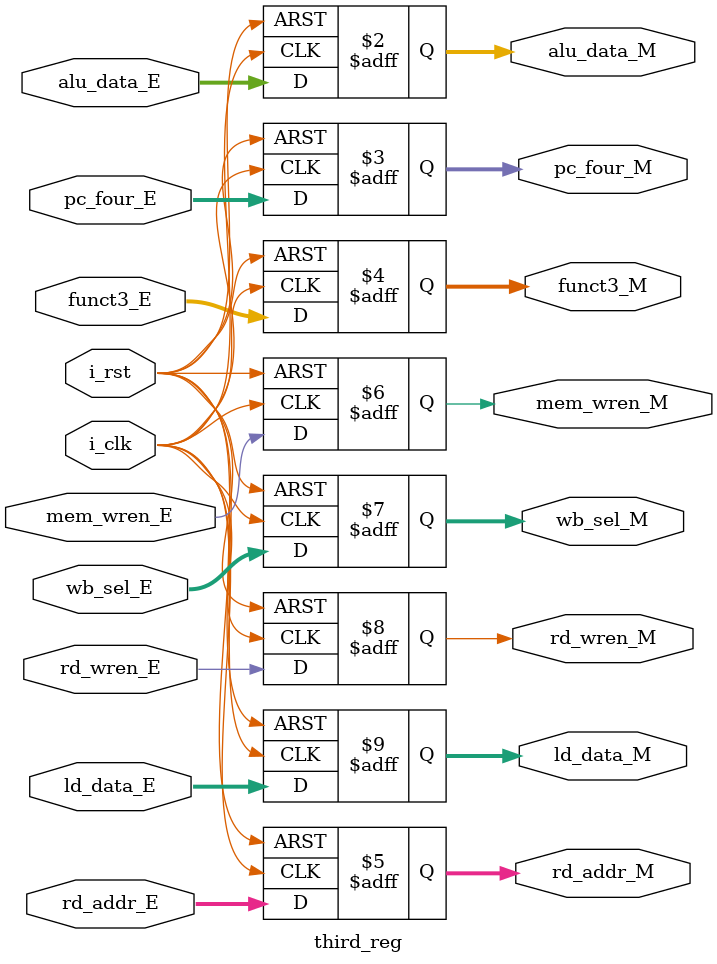
<source format=sv>
module third_reg (
    // Inputs from Execute (E) stage
    input logic        i_clk,
    input logic        i_rst,
    input logic [31:0] alu_data_E,      // ALU output from Execute stage
    input logic [31:0] pc_four_E,       // PC + 4 from Execute stage
    input logic [2:0]  funct3_E,        // funct3 from instruction
    input logic        mem_wren_E,      // Memory write enable signal
    input logic [1:0]  wb_sel_E,        // Write-back selection signal
    input logic        rd_wren_E,       // Register write enable signal
    input logic [4:0]  rd_addr_E,       // Destination register address
    input logic [31:0] ld_data_E,       // Load data from Execute stage

    // Outputs to Memory Access (M) stage
    output logic [31:0] alu_data_M,     // ALU output to Memory stage
    output logic [31:0] pc_four_M,      // PC + 4 to Memory stage
    output logic [2:0]  funct3_M,       // funct3 to LSU
    output logic [4:0]  rd_addr_M,      // Destination register address
    output logic        mem_wren_M,     // Memory write enable to LSU
    output logic [1:0]  wb_sel_M,       // Write-back selection to MUX
    output logic        rd_wren_M,      // Register write enable to MUX
    output logic [31:0] ld_data_M       // Load data to Memory stage
);

    always @(posedge i_clk or posedge i_rst) begin
        if (i_rst) begin
            // Reset all outputs
            alu_data_M      <= 32'b0;
            pc_four_M       <= 32'b0;
            funct3_M        <= 3'b0;
            mem_wren_M      <= 1'b0;
            wb_sel_M        <= 2'b0;
            rd_wren_M       <= 1'b0;
            rd_addr_M       <= 5'b0;
            ld_data_M       <= 32'b0;
        end else begin
            // Pass-through from Execute (E) stage to Memory (M) stage
            alu_data_M      <= alu_data_E;
            pc_four_M       <= pc_four_E;
            funct3_M        <= funct3_E;
            mem_wren_M      <= mem_wren_E;
            wb_sel_M        <= wb_sel_E;
            rd_wren_M       <= rd_wren_E;
            rd_addr_M       <= rd_addr_E;
            ld_data_M       <= ld_data_E;
        end
    end
endmodule

</source>
